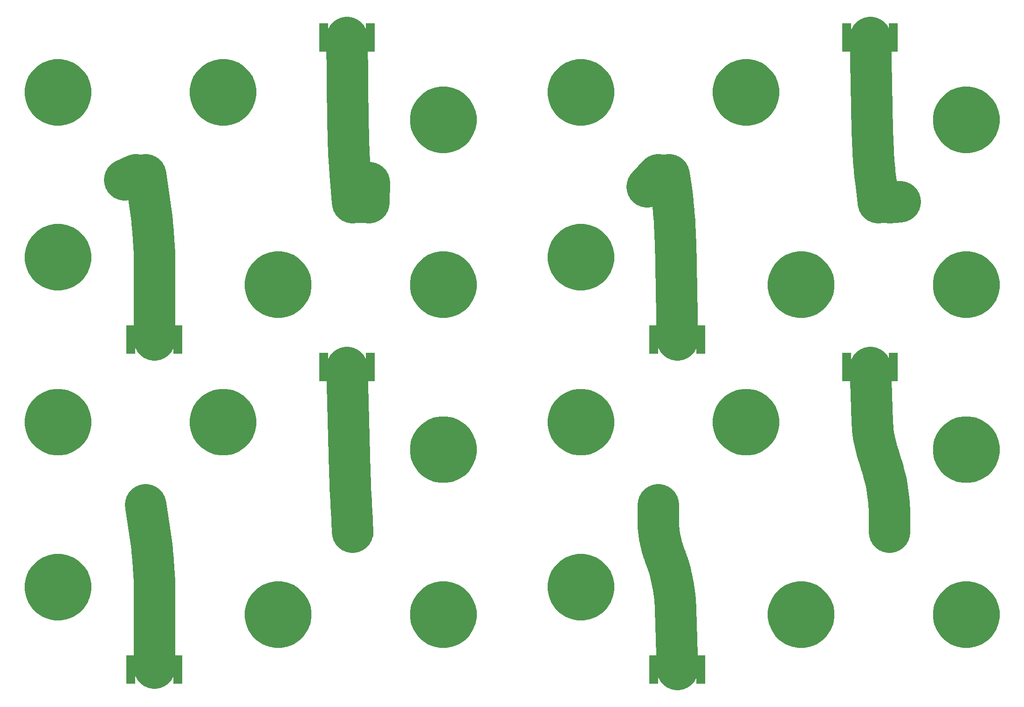
<source format=gbr>
G04 #@! TF.GenerationSoftware,KiCad,Pcbnew,(5.1.5)-3*
G04 #@! TF.CreationDate,2020-03-10T14:16:06+00:00*
G04 #@! TF.ProjectId,led_board,6c65645f-626f-4617-9264-2e6b69636164,rev?*
G04 #@! TF.SameCoordinates,Original*
G04 #@! TF.FileFunction,Soldermask,Top*
G04 #@! TF.FilePolarity,Negative*
%FSLAX46Y46*%
G04 Gerber Fmt 4.6, Leading zero omitted, Abs format (unit mm)*
G04 Created by KiCad (PCBNEW (5.1.5)-3) date 2020-03-10 14:16:06*
%MOMM*%
%LPD*%
G04 APERTURE LIST*
%ADD10C,3.000000*%
%ADD11C,7.510000*%
%ADD12C,7.500000*%
%ADD13C,0.100000*%
G04 APERTURE END LIST*
D10*
X53800000Y-52750000D02*
X56000000Y-52750000D01*
X189100000Y-62250000D02*
X191200000Y-62250000D01*
X149000000Y-52750000D02*
X151300000Y-52750000D01*
X93500000Y-62250000D02*
X96500000Y-62250000D01*
D11*
X187886392Y-47001290D02*
X187902562Y-47625541D01*
X187902562Y-47625541D02*
X187922698Y-48249677D01*
X187922698Y-48249677D02*
X187946799Y-48873673D01*
X187946799Y-48873673D02*
X187974862Y-49497503D01*
X187974862Y-49497503D02*
X188006888Y-50121142D01*
X188006888Y-50121142D02*
X188042874Y-50744565D01*
X188042874Y-50744565D02*
X188082819Y-51367747D01*
X188082819Y-51367747D02*
X188126722Y-51990663D01*
X188126722Y-51990663D02*
X188174580Y-52613287D01*
X188174580Y-52613287D02*
X188226393Y-53235595D01*
X188226393Y-53235595D02*
X188282157Y-53857561D01*
X188282157Y-53857561D02*
X188341871Y-54479160D01*
X188341871Y-54479160D02*
X188405532Y-55100368D01*
X188405532Y-55100368D02*
X188473138Y-55721158D01*
X188473138Y-55721158D02*
X188544685Y-56341507D01*
X188544685Y-56341507D02*
X188620173Y-56961389D01*
X188620173Y-56961389D02*
X189000000Y-60000000D01*
X187886392Y-47001290D02*
X187500000Y-30000000D01*
D12*
X191000000Y-60000000D02*
X193000000Y-59875000D01*
D11*
X191000000Y-117000000D02*
X190993770Y-116380442D01*
X190993770Y-116380442D02*
X190975083Y-115761136D01*
X190975083Y-115761136D02*
X190943948Y-115142330D01*
X190943948Y-115142330D02*
X190900375Y-114524276D01*
X190900375Y-114524276D02*
X190844384Y-113907223D01*
X190844384Y-113907223D02*
X190775996Y-113291420D01*
X190775996Y-113291420D02*
X190695239Y-112677117D01*
X190695239Y-112677117D02*
X190602146Y-112064562D01*
X190602146Y-112064562D02*
X190496755Y-111454003D01*
X190496755Y-111454003D02*
X190379108Y-110845686D01*
X190379108Y-110845686D02*
X190249252Y-110239858D01*
X190249252Y-110239858D02*
X190107241Y-109636764D01*
X190107241Y-109636764D02*
X189953132Y-109036647D01*
X189953132Y-109036647D02*
X189786986Y-108439751D01*
X189786986Y-108439751D02*
X189608872Y-107846316D01*
X189608872Y-107846316D02*
X189418861Y-107256583D01*
X187884700Y-100002216D02*
X187500000Y-90000000D01*
X187884700Y-100002216D02*
X187902310Y-100374282D01*
X187902310Y-100374282D02*
X187926505Y-100745979D01*
X187926505Y-100745979D02*
X187957278Y-101117190D01*
X187957278Y-101117190D02*
X187994619Y-101487797D01*
X187994619Y-101487797D02*
X188038515Y-101857685D01*
X188038515Y-101857685D02*
X188088954Y-102226737D01*
X188088954Y-102226737D02*
X188145920Y-102594839D01*
X188145920Y-102594839D02*
X188209394Y-102961874D01*
X188209394Y-102961874D02*
X188279357Y-103327728D01*
X188279357Y-103327728D02*
X188355786Y-103692286D01*
X188355786Y-103692286D02*
X188438658Y-104055434D01*
X188438658Y-104055434D02*
X188527948Y-104417057D01*
X188527948Y-104417057D02*
X188623626Y-104777043D01*
X188623626Y-104777043D02*
X188725662Y-105135278D01*
X188725662Y-105135278D02*
X188834026Y-105491651D01*
X188834026Y-105491651D02*
X188948683Y-105846049D01*
X188948683Y-105846049D02*
X189418861Y-107256583D01*
X191000000Y-117000000D02*
X191000000Y-120000000D01*
X149000000Y-118000000D02*
X149004158Y-118370937D01*
X149004158Y-118370937D02*
X149016632Y-118741689D01*
X149016632Y-118741689D02*
X149037417Y-119112067D01*
X149037417Y-119112067D02*
X149066500Y-119481886D01*
X149066500Y-119481886D02*
X149103869Y-119850961D01*
X149103869Y-119850961D02*
X149149502Y-120219104D01*
X149149502Y-120219104D02*
X149203379Y-120586132D01*
X149203379Y-120586132D02*
X149265471Y-120951860D01*
X149265471Y-120951860D02*
X149335748Y-121316104D01*
X149335748Y-121316104D02*
X149414174Y-121678680D01*
X149414174Y-121678680D02*
X149500709Y-122039407D01*
X149500709Y-122039407D02*
X149595311Y-122398102D01*
X149595311Y-122398102D02*
X149697932Y-122754587D01*
X149697932Y-122754587D02*
X149808519Y-123108681D01*
X149808519Y-123108681D02*
X149927018Y-123460206D01*
X149927018Y-123460206D02*
X150053370Y-123808987D01*
X152156173Y-133997560D02*
X152500000Y-145000000D01*
X152156173Y-133997560D02*
X152130491Y-133378700D01*
X152130491Y-133378700D02*
X152092146Y-132760496D01*
X152092146Y-132760496D02*
X152041156Y-132143207D01*
X152041156Y-132143207D02*
X151977541Y-131527091D01*
X151977541Y-131527091D02*
X151901328Y-130912406D01*
X151901328Y-130912406D02*
X151812548Y-130299409D01*
X151812548Y-130299409D02*
X151711240Y-129688359D01*
X151711240Y-129688359D02*
X151597445Y-129079510D01*
X151597445Y-129079510D02*
X151471212Y-128473118D01*
X151471212Y-128473118D02*
X151332592Y-127869437D01*
X151332592Y-127869437D02*
X151181644Y-127268719D01*
X151181644Y-127268719D02*
X151018432Y-126671218D01*
X151018432Y-126671218D02*
X150843024Y-126077182D01*
X150843024Y-126077182D02*
X150655493Y-125486862D01*
X150655493Y-125486862D02*
X150455917Y-124900504D01*
X150455917Y-124900504D02*
X150244382Y-124318354D01*
X150244382Y-124318354D02*
X150053370Y-123808987D01*
X149000000Y-118000000D02*
X149000000Y-115000000D01*
D12*
X147000000Y-57125000D02*
X149000000Y-55000000D01*
D11*
X151292893Y-57050252D02*
X151000000Y-55000000D01*
X151378853Y-57668551D02*
X151292893Y-57050252D01*
X151460168Y-58287479D02*
X151378853Y-57668551D01*
X151536832Y-58906999D02*
X151460168Y-58287479D01*
X151608842Y-59527078D02*
X151536832Y-58906999D01*
X151676192Y-60147681D02*
X151608842Y-59527078D01*
X151738880Y-60768772D02*
X151676192Y-60147681D01*
X151796902Y-61390316D02*
X151738880Y-60768772D01*
X151850255Y-62012278D02*
X151796902Y-61390316D01*
X151898935Y-62634623D02*
X151850255Y-62012278D01*
X151942939Y-63257316D02*
X151898935Y-62634623D01*
X151982267Y-63880323D02*
X151942939Y-63257316D01*
X152016914Y-64503607D02*
X151982267Y-63880323D01*
X152046879Y-65127133D02*
X152016914Y-64503607D01*
X152072161Y-65750868D02*
X152046879Y-65127133D01*
X152092758Y-66374774D02*
X152072161Y-65750868D01*
X152108669Y-66998818D02*
X152092758Y-66374774D01*
X152108669Y-66998818D02*
X152500000Y-85000000D01*
X96463500Y-60000000D02*
X96500000Y-56375000D01*
X93131591Y-55782194D02*
X93488500Y-60000000D01*
X93080362Y-55159586D02*
X93131591Y-55782194D01*
X93032026Y-54536747D02*
X93080362Y-55159586D01*
X92986583Y-53913690D02*
X93032026Y-54536747D01*
X92944036Y-53290429D02*
X92986583Y-53913690D01*
X92904384Y-52666977D02*
X92944036Y-53290429D01*
X92867628Y-52043347D02*
X92904384Y-52666977D01*
X92833770Y-51419554D02*
X92867628Y-52043347D01*
X92802809Y-50795610D02*
X92833770Y-51419554D01*
X92774748Y-50171529D02*
X92802809Y-50795610D01*
X92749585Y-49547324D02*
X92774748Y-50171529D01*
X92727322Y-48923009D02*
X92749585Y-49547324D01*
X92707960Y-48298597D02*
X92727322Y-48923009D01*
X92691498Y-47674102D02*
X92707960Y-48298597D01*
X92677937Y-47049538D02*
X92691498Y-47674102D01*
X92667278Y-46424917D02*
X92677937Y-47049538D01*
X92659521Y-45800254D02*
X92667278Y-46424917D01*
X92659521Y-45800254D02*
X92500000Y-30000000D01*
X92880986Y-106001416D02*
X92896506Y-106626166D01*
X92896506Y-106626166D02*
X92913319Y-107250882D01*
X92913319Y-107250882D02*
X92931423Y-107875563D01*
X92931423Y-107875563D02*
X92950819Y-108500205D01*
X92950819Y-108500205D02*
X92971506Y-109124805D01*
X92971506Y-109124805D02*
X92993484Y-109749361D01*
X92993484Y-109749361D02*
X93016754Y-110373871D01*
X93016754Y-110373871D02*
X93041314Y-110998331D01*
X93041314Y-110998331D02*
X93067165Y-111622739D01*
X93067165Y-111622739D02*
X93094307Y-112247092D01*
X93094307Y-112247092D02*
X93122740Y-112871388D01*
X93122740Y-112871388D02*
X93152464Y-113495624D01*
X93152464Y-113495624D02*
X93183477Y-114119796D01*
X93183477Y-114119796D02*
X93215782Y-114743904D01*
X93215782Y-114743904D02*
X93249376Y-115367943D01*
X93249376Y-115367943D02*
X93284261Y-115991912D01*
X93284261Y-115991912D02*
X93512500Y-120000000D01*
X92880986Y-106001416D02*
X92500000Y-90000000D01*
X56793805Y-121130122D02*
X55875000Y-115000000D01*
X57223861Y-124848617D02*
X57165918Y-124227362D01*
X57364647Y-126715121D02*
X57323229Y-126092546D01*
X56879195Y-121748203D02*
X56793805Y-121130122D01*
X56959107Y-122367016D02*
X56879195Y-121748203D01*
X57165918Y-124227362D02*
X57102474Y-123606644D01*
X57033536Y-122986512D02*
X56959107Y-122367016D01*
X57276300Y-125470361D02*
X57223861Y-124848617D01*
X57400548Y-127338039D02*
X57364647Y-126715121D01*
X57430931Y-127961251D02*
X57400548Y-127338039D01*
X57475133Y-129208359D02*
X57455793Y-128584707D01*
X57455793Y-128584707D02*
X57430931Y-127961251D01*
X57102474Y-123606644D02*
X57033536Y-122986512D01*
X57323229Y-126092546D02*
X57276300Y-125470361D01*
X57488947Y-129832157D02*
X57475133Y-129208359D01*
X57497237Y-130456054D02*
X57488947Y-129832157D01*
X57500000Y-131080000D02*
X57497237Y-130456054D01*
X57500000Y-144690000D02*
X57500000Y-131080000D01*
X52070000Y-55880000D02*
X54125000Y-55000000D01*
X56793805Y-61440122D02*
X55875000Y-55000000D01*
X56879195Y-62058203D02*
X56793805Y-61440122D01*
X56959107Y-62677016D02*
X56879195Y-62058203D01*
X57033536Y-63296512D02*
X56959107Y-62677016D01*
X57102474Y-63916644D02*
X57033536Y-63296512D01*
X57165918Y-64537362D02*
X57102474Y-63916644D01*
X57223861Y-65158617D02*
X57165918Y-64537362D01*
X57276300Y-65780361D02*
X57223861Y-65158617D01*
X57323229Y-66402546D02*
X57276300Y-65780361D01*
X57364647Y-67025121D02*
X57323229Y-66402546D01*
X57400548Y-67648039D02*
X57364647Y-67025121D01*
X57430931Y-68271251D02*
X57400548Y-67648039D01*
X57455793Y-68894707D02*
X57430931Y-68271251D01*
X57475133Y-69518359D02*
X57455793Y-68894707D01*
X57488947Y-70142157D02*
X57475133Y-69518359D01*
X57497237Y-70766054D02*
X57488947Y-70142157D01*
X57500000Y-71390000D02*
X57497237Y-70766054D01*
X57500000Y-71390000D02*
X57500000Y-85000000D01*
D13*
G36*
X157551000Y-147591000D02*
G01*
X155949000Y-147591000D01*
X155949000Y-142409000D01*
X157551000Y-142409000D01*
X157551000Y-147591000D01*
G37*
G36*
X149051000Y-147591000D02*
G01*
X147449000Y-147591000D01*
X147449000Y-142409000D01*
X149051000Y-142409000D01*
X149051000Y-147591000D01*
G37*
G36*
X54051000Y-147591000D02*
G01*
X52449000Y-147591000D01*
X52449000Y-142409000D01*
X54051000Y-142409000D01*
X54051000Y-147591000D01*
G37*
G36*
X62551000Y-147591000D02*
G01*
X60949000Y-147591000D01*
X60949000Y-142409000D01*
X62551000Y-142409000D01*
X62551000Y-147591000D01*
G37*
G36*
X58301000Y-147591000D02*
G01*
X56699000Y-147591000D01*
X56699000Y-142409000D01*
X58301000Y-142409000D01*
X58301000Y-147591000D01*
G37*
G36*
X153301000Y-147591000D02*
G01*
X151699000Y-147591000D01*
X151699000Y-142409000D01*
X153301000Y-142409000D01*
X153301000Y-147591000D01*
G37*
G36*
X111765010Y-129181536D02*
G01*
X112866222Y-129637673D01*
X113857287Y-130299881D01*
X114700119Y-131142713D01*
X115362327Y-132133778D01*
X115818464Y-133234990D01*
X116051000Y-134404027D01*
X116051000Y-135595973D01*
X115818464Y-136765010D01*
X115362327Y-137866222D01*
X114700119Y-138857287D01*
X113857287Y-139700119D01*
X112866222Y-140362327D01*
X111765010Y-140818464D01*
X110595973Y-141051000D01*
X109404027Y-141051000D01*
X108234990Y-140818464D01*
X107133778Y-140362327D01*
X106142713Y-139700119D01*
X105299881Y-138857287D01*
X104637673Y-137866222D01*
X104181536Y-136765010D01*
X103949000Y-135595973D01*
X103949000Y-134404027D01*
X104181536Y-133234990D01*
X104637673Y-132133778D01*
X105299881Y-131142713D01*
X106142713Y-130299881D01*
X107133778Y-129637673D01*
X108234990Y-129181536D01*
X109404027Y-128949000D01*
X110595973Y-128949000D01*
X111765010Y-129181536D01*
G37*
G36*
X81765010Y-129181536D02*
G01*
X82866222Y-129637673D01*
X83857287Y-130299881D01*
X84700119Y-131142713D01*
X85362327Y-132133778D01*
X85818464Y-133234990D01*
X86051000Y-134404027D01*
X86051000Y-135595973D01*
X85818464Y-136765010D01*
X85362327Y-137866222D01*
X84700119Y-138857287D01*
X83857287Y-139700119D01*
X82866222Y-140362327D01*
X81765010Y-140818464D01*
X80595973Y-141051000D01*
X79404027Y-141051000D01*
X78234990Y-140818464D01*
X77133778Y-140362327D01*
X76142713Y-139700119D01*
X75299881Y-138857287D01*
X74637673Y-137866222D01*
X74181536Y-136765010D01*
X73949000Y-135595973D01*
X73949000Y-134404027D01*
X74181536Y-133234990D01*
X74637673Y-132133778D01*
X75299881Y-131142713D01*
X76142713Y-130299881D01*
X77133778Y-129637673D01*
X78234990Y-129181536D01*
X79404027Y-128949000D01*
X80595973Y-128949000D01*
X81765010Y-129181536D01*
G37*
G36*
X176765010Y-129181536D02*
G01*
X177866222Y-129637673D01*
X178857287Y-130299881D01*
X179700119Y-131142713D01*
X180362327Y-132133778D01*
X180818464Y-133234990D01*
X181051000Y-134404027D01*
X181051000Y-135595973D01*
X180818464Y-136765010D01*
X180362327Y-137866222D01*
X179700119Y-138857287D01*
X178857287Y-139700119D01*
X177866222Y-140362327D01*
X176765010Y-140818464D01*
X175595973Y-141051000D01*
X174404027Y-141051000D01*
X173234990Y-140818464D01*
X172133778Y-140362327D01*
X171142713Y-139700119D01*
X170299881Y-138857287D01*
X169637673Y-137866222D01*
X169181536Y-136765010D01*
X168949000Y-135595973D01*
X168949000Y-134404027D01*
X169181536Y-133234990D01*
X169637673Y-132133778D01*
X170299881Y-131142713D01*
X171142713Y-130299881D01*
X172133778Y-129637673D01*
X173234990Y-129181536D01*
X174404027Y-128949000D01*
X175595973Y-128949000D01*
X176765010Y-129181536D01*
G37*
G36*
X206765010Y-129181536D02*
G01*
X207866222Y-129637673D01*
X208857287Y-130299881D01*
X209700119Y-131142713D01*
X210362327Y-132133778D01*
X210818464Y-133234990D01*
X211051000Y-134404027D01*
X211051000Y-135595973D01*
X210818464Y-136765010D01*
X210362327Y-137866222D01*
X209700119Y-138857287D01*
X208857287Y-139700119D01*
X207866222Y-140362327D01*
X206765010Y-140818464D01*
X205595973Y-141051000D01*
X204404027Y-141051000D01*
X203234990Y-140818464D01*
X202133778Y-140362327D01*
X201142713Y-139700119D01*
X200299881Y-138857287D01*
X199637673Y-137866222D01*
X199181536Y-136765010D01*
X198949000Y-135595973D01*
X198949000Y-134404027D01*
X199181536Y-133234990D01*
X199637673Y-132133778D01*
X200299881Y-131142713D01*
X201142713Y-130299881D01*
X202133778Y-129637673D01*
X203234990Y-129181536D01*
X204404027Y-128949000D01*
X205595973Y-128949000D01*
X206765010Y-129181536D01*
G37*
G36*
X136765010Y-124181536D02*
G01*
X137866222Y-124637673D01*
X138857287Y-125299881D01*
X139700119Y-126142713D01*
X140362327Y-127133778D01*
X140818464Y-128234990D01*
X141051000Y-129404027D01*
X141051000Y-130595973D01*
X140818464Y-131765010D01*
X140362327Y-132866222D01*
X139700119Y-133857287D01*
X138857287Y-134700119D01*
X137866222Y-135362327D01*
X136765010Y-135818464D01*
X135595973Y-136051000D01*
X134404027Y-136051000D01*
X133234990Y-135818464D01*
X132133778Y-135362327D01*
X131142713Y-134700119D01*
X130299881Y-133857287D01*
X129637673Y-132866222D01*
X129181536Y-131765010D01*
X128949000Y-130595973D01*
X128949000Y-129404027D01*
X129181536Y-128234990D01*
X129637673Y-127133778D01*
X130299881Y-126142713D01*
X131142713Y-125299881D01*
X132133778Y-124637673D01*
X133234990Y-124181536D01*
X134404027Y-123949000D01*
X135595973Y-123949000D01*
X136765010Y-124181536D01*
G37*
G36*
X41765010Y-124181536D02*
G01*
X42866222Y-124637673D01*
X43857287Y-125299881D01*
X44700119Y-126142713D01*
X45362327Y-127133778D01*
X45818464Y-128234990D01*
X46051000Y-129404027D01*
X46051000Y-130595973D01*
X45818464Y-131765010D01*
X45362327Y-132866222D01*
X44700119Y-133857287D01*
X43857287Y-134700119D01*
X42866222Y-135362327D01*
X41765010Y-135818464D01*
X40595973Y-136051000D01*
X39404027Y-136051000D01*
X38234990Y-135818464D01*
X37133778Y-135362327D01*
X36142713Y-134700119D01*
X35299881Y-133857287D01*
X34637673Y-132866222D01*
X34181536Y-131765010D01*
X33949000Y-130595973D01*
X33949000Y-129404027D01*
X34181536Y-128234990D01*
X34637673Y-127133778D01*
X35299881Y-126142713D01*
X36142713Y-125299881D01*
X37133778Y-124637673D01*
X38234990Y-124181536D01*
X39404027Y-123949000D01*
X40595973Y-123949000D01*
X41765010Y-124181536D01*
G37*
G36*
X97100562Y-119078181D02*
G01*
X97135481Y-119088774D01*
X97167663Y-119105976D01*
X97195873Y-119129127D01*
X97219024Y-119157337D01*
X97236226Y-119189519D01*
X97246819Y-119224438D01*
X97251000Y-119266895D01*
X97251000Y-120733105D01*
X97246819Y-120775562D01*
X97236226Y-120810481D01*
X97219024Y-120842663D01*
X97195873Y-120870873D01*
X97167663Y-120894024D01*
X97135481Y-120911226D01*
X97100562Y-120921819D01*
X97058105Y-120926000D01*
X95916895Y-120926000D01*
X95874438Y-120921819D01*
X95839519Y-120911226D01*
X95807337Y-120894024D01*
X95779127Y-120870873D01*
X95755976Y-120842663D01*
X95738774Y-120810481D01*
X95728181Y-120775562D01*
X95724000Y-120733105D01*
X95724000Y-119266895D01*
X95728181Y-119224438D01*
X95738774Y-119189519D01*
X95755976Y-119157337D01*
X95779127Y-119129127D01*
X95807337Y-119105976D01*
X95839519Y-119088774D01*
X95874438Y-119078181D01*
X95916895Y-119074000D01*
X97058105Y-119074000D01*
X97100562Y-119078181D01*
G37*
G36*
X94125562Y-119078181D02*
G01*
X94160481Y-119088774D01*
X94192663Y-119105976D01*
X94220873Y-119129127D01*
X94244024Y-119157337D01*
X94261226Y-119189519D01*
X94271819Y-119224438D01*
X94276000Y-119266895D01*
X94276000Y-120733105D01*
X94271819Y-120775562D01*
X94261226Y-120810481D01*
X94244024Y-120842663D01*
X94220873Y-120870873D01*
X94192663Y-120894024D01*
X94160481Y-120911226D01*
X94125562Y-120921819D01*
X94083105Y-120926000D01*
X92941895Y-120926000D01*
X92899438Y-120921819D01*
X92864519Y-120911226D01*
X92832337Y-120894024D01*
X92804127Y-120870873D01*
X92780976Y-120842663D01*
X92763774Y-120810481D01*
X92753181Y-120775562D01*
X92749000Y-120733105D01*
X92749000Y-119266895D01*
X92753181Y-119224438D01*
X92763774Y-119189519D01*
X92780976Y-119157337D01*
X92804127Y-119129127D01*
X92832337Y-119105976D01*
X92864519Y-119088774D01*
X92899438Y-119078181D01*
X92941895Y-119074000D01*
X94083105Y-119074000D01*
X94125562Y-119078181D01*
G37*
G36*
X190876000Y-120851000D02*
G01*
X189174000Y-120851000D01*
X189174000Y-119149000D01*
X190876000Y-119149000D01*
X190876000Y-120851000D01*
G37*
G36*
X149801000Y-115681000D02*
G01*
X149049000Y-115681000D01*
X149049000Y-114519000D01*
X149801000Y-114519000D01*
X149801000Y-115681000D01*
G37*
G36*
X150951000Y-115681000D02*
G01*
X150199000Y-115681000D01*
X150199000Y-114519000D01*
X150951000Y-114519000D01*
X150951000Y-115681000D01*
G37*
G36*
X56289499Y-114478445D02*
G01*
X56326995Y-114489820D01*
X56361554Y-114508292D01*
X56391847Y-114533153D01*
X56416708Y-114563446D01*
X56435180Y-114598005D01*
X56446555Y-114635501D01*
X56451000Y-114680638D01*
X56451000Y-115319362D01*
X56446555Y-115364499D01*
X56435180Y-115401995D01*
X56416708Y-115436554D01*
X56391847Y-115466847D01*
X56361554Y-115491708D01*
X56326995Y-115510180D01*
X56289499Y-115521555D01*
X56244362Y-115526000D01*
X55505638Y-115526000D01*
X55460501Y-115521555D01*
X55423005Y-115510180D01*
X55388446Y-115491708D01*
X55358153Y-115466847D01*
X55333292Y-115436554D01*
X55314820Y-115401995D01*
X55303445Y-115364499D01*
X55299000Y-115319362D01*
X55299000Y-114680638D01*
X55303445Y-114635501D01*
X55314820Y-114598005D01*
X55333292Y-114563446D01*
X55358153Y-114533153D01*
X55388446Y-114508292D01*
X55423005Y-114489820D01*
X55460501Y-114478445D01*
X55505638Y-114474000D01*
X56244362Y-114474000D01*
X56289499Y-114478445D01*
G37*
G36*
X54539499Y-114478445D02*
G01*
X54576995Y-114489820D01*
X54611554Y-114508292D01*
X54641847Y-114533153D01*
X54666708Y-114563446D01*
X54685180Y-114598005D01*
X54696555Y-114635501D01*
X54701000Y-114680638D01*
X54701000Y-115319362D01*
X54696555Y-115364499D01*
X54685180Y-115401995D01*
X54666708Y-115436554D01*
X54641847Y-115466847D01*
X54611554Y-115491708D01*
X54576995Y-115510180D01*
X54539499Y-115521555D01*
X54494362Y-115526000D01*
X53755638Y-115526000D01*
X53710501Y-115521555D01*
X53673005Y-115510180D01*
X53638446Y-115491708D01*
X53608153Y-115466847D01*
X53583292Y-115436554D01*
X53564820Y-115401995D01*
X53553445Y-115364499D01*
X53549000Y-115319362D01*
X53549000Y-114680638D01*
X53553445Y-114635501D01*
X53564820Y-114598005D01*
X53583292Y-114563446D01*
X53608153Y-114533153D01*
X53638446Y-114508292D01*
X53673005Y-114489820D01*
X53710501Y-114478445D01*
X53755638Y-114474000D01*
X54494362Y-114474000D01*
X54539499Y-114478445D01*
G37*
G36*
X206765010Y-99181536D02*
G01*
X207866222Y-99637673D01*
X208857287Y-100299881D01*
X209700119Y-101142713D01*
X210362327Y-102133778D01*
X210818464Y-103234990D01*
X211051000Y-104404027D01*
X211051000Y-105595973D01*
X210818464Y-106765010D01*
X210362327Y-107866222D01*
X209700119Y-108857287D01*
X208857287Y-109700119D01*
X207866222Y-110362327D01*
X206765010Y-110818464D01*
X205595973Y-111051000D01*
X204404027Y-111051000D01*
X203234990Y-110818464D01*
X202133778Y-110362327D01*
X201142713Y-109700119D01*
X200299881Y-108857287D01*
X199637673Y-107866222D01*
X199181536Y-106765010D01*
X198949000Y-105595973D01*
X198949000Y-104404027D01*
X199181536Y-103234990D01*
X199637673Y-102133778D01*
X200299881Y-101142713D01*
X201142713Y-100299881D01*
X202133778Y-99637673D01*
X203234990Y-99181536D01*
X204404027Y-98949000D01*
X205595973Y-98949000D01*
X206765010Y-99181536D01*
G37*
G36*
X111765010Y-99181536D02*
G01*
X112866222Y-99637673D01*
X113857287Y-100299881D01*
X114700119Y-101142713D01*
X115362327Y-102133778D01*
X115818464Y-103234990D01*
X116051000Y-104404027D01*
X116051000Y-105595973D01*
X115818464Y-106765010D01*
X115362327Y-107866222D01*
X114700119Y-108857287D01*
X113857287Y-109700119D01*
X112866222Y-110362327D01*
X111765010Y-110818464D01*
X110595973Y-111051000D01*
X109404027Y-111051000D01*
X108234990Y-110818464D01*
X107133778Y-110362327D01*
X106142713Y-109700119D01*
X105299881Y-108857287D01*
X104637673Y-107866222D01*
X104181536Y-106765010D01*
X103949000Y-105595973D01*
X103949000Y-104404027D01*
X104181536Y-103234990D01*
X104637673Y-102133778D01*
X105299881Y-101142713D01*
X106142713Y-100299881D01*
X107133778Y-99637673D01*
X108234990Y-99181536D01*
X109404027Y-98949000D01*
X110595973Y-98949000D01*
X111765010Y-99181536D01*
G37*
G36*
X41765010Y-94181536D02*
G01*
X42866222Y-94637673D01*
X43857287Y-95299881D01*
X44700119Y-96142713D01*
X45362327Y-97133778D01*
X45818464Y-98234990D01*
X46051000Y-99404027D01*
X46051000Y-100595973D01*
X45818464Y-101765010D01*
X45362327Y-102866222D01*
X44700119Y-103857287D01*
X43857287Y-104700119D01*
X42866222Y-105362327D01*
X41765010Y-105818464D01*
X40595973Y-106051000D01*
X39404027Y-106051000D01*
X38234990Y-105818464D01*
X37133778Y-105362327D01*
X36142713Y-104700119D01*
X35299881Y-103857287D01*
X34637673Y-102866222D01*
X34181536Y-101765010D01*
X33949000Y-100595973D01*
X33949000Y-99404027D01*
X34181536Y-98234990D01*
X34637673Y-97133778D01*
X35299881Y-96142713D01*
X36142713Y-95299881D01*
X37133778Y-94637673D01*
X38234990Y-94181536D01*
X39404027Y-93949000D01*
X40595973Y-93949000D01*
X41765010Y-94181536D01*
G37*
G36*
X136765010Y-94181536D02*
G01*
X137866222Y-94637673D01*
X138857287Y-95299881D01*
X139700119Y-96142713D01*
X140362327Y-97133778D01*
X140818464Y-98234990D01*
X141051000Y-99404027D01*
X141051000Y-100595973D01*
X140818464Y-101765010D01*
X140362327Y-102866222D01*
X139700119Y-103857287D01*
X138857287Y-104700119D01*
X137866222Y-105362327D01*
X136765010Y-105818464D01*
X135595973Y-106051000D01*
X134404027Y-106051000D01*
X133234990Y-105818464D01*
X132133778Y-105362327D01*
X131142713Y-104700119D01*
X130299881Y-103857287D01*
X129637673Y-102866222D01*
X129181536Y-101765010D01*
X128949000Y-100595973D01*
X128949000Y-99404027D01*
X129181536Y-98234990D01*
X129637673Y-97133778D01*
X130299881Y-96142713D01*
X131142713Y-95299881D01*
X132133778Y-94637673D01*
X133234990Y-94181536D01*
X134404027Y-93949000D01*
X135595973Y-93949000D01*
X136765010Y-94181536D01*
G37*
G36*
X71765010Y-94181536D02*
G01*
X72866222Y-94637673D01*
X73857287Y-95299881D01*
X74700119Y-96142713D01*
X75362327Y-97133778D01*
X75818464Y-98234990D01*
X76051000Y-99404027D01*
X76051000Y-100595973D01*
X75818464Y-101765010D01*
X75362327Y-102866222D01*
X74700119Y-103857287D01*
X73857287Y-104700119D01*
X72866222Y-105362327D01*
X71765010Y-105818464D01*
X70595973Y-106051000D01*
X69404027Y-106051000D01*
X68234990Y-105818464D01*
X67133778Y-105362327D01*
X66142713Y-104700119D01*
X65299881Y-103857287D01*
X64637673Y-102866222D01*
X64181536Y-101765010D01*
X63949000Y-100595973D01*
X63949000Y-99404027D01*
X64181536Y-98234990D01*
X64637673Y-97133778D01*
X65299881Y-96142713D01*
X66142713Y-95299881D01*
X67133778Y-94637673D01*
X68234990Y-94181536D01*
X69404027Y-93949000D01*
X70595973Y-93949000D01*
X71765010Y-94181536D01*
G37*
G36*
X166765010Y-94181536D02*
G01*
X167866222Y-94637673D01*
X168857287Y-95299881D01*
X169700119Y-96142713D01*
X170362327Y-97133778D01*
X170818464Y-98234990D01*
X171051000Y-99404027D01*
X171051000Y-100595973D01*
X170818464Y-101765010D01*
X170362327Y-102866222D01*
X169700119Y-103857287D01*
X168857287Y-104700119D01*
X167866222Y-105362327D01*
X166765010Y-105818464D01*
X165595973Y-106051000D01*
X164404027Y-106051000D01*
X163234990Y-105818464D01*
X162133778Y-105362327D01*
X161142713Y-104700119D01*
X160299881Y-103857287D01*
X159637673Y-102866222D01*
X159181536Y-101765010D01*
X158949000Y-100595973D01*
X158949000Y-99404027D01*
X159181536Y-98234990D01*
X159637673Y-97133778D01*
X160299881Y-96142713D01*
X161142713Y-95299881D01*
X162133778Y-94637673D01*
X163234990Y-94181536D01*
X164404027Y-93949000D01*
X165595973Y-93949000D01*
X166765010Y-94181536D01*
G37*
G36*
X93301000Y-92591000D02*
G01*
X91699000Y-92591000D01*
X91699000Y-87409000D01*
X93301000Y-87409000D01*
X93301000Y-92591000D01*
G37*
G36*
X97551000Y-92591000D02*
G01*
X95949000Y-92591000D01*
X95949000Y-87409000D01*
X97551000Y-87409000D01*
X97551000Y-92591000D01*
G37*
G36*
X89051000Y-92591000D02*
G01*
X87449000Y-92591000D01*
X87449000Y-87409000D01*
X89051000Y-87409000D01*
X89051000Y-92591000D01*
G37*
G36*
X192551000Y-92591000D02*
G01*
X190949000Y-92591000D01*
X190949000Y-87409000D01*
X192551000Y-87409000D01*
X192551000Y-92591000D01*
G37*
G36*
X184051000Y-92591000D02*
G01*
X182449000Y-92591000D01*
X182449000Y-87409000D01*
X184051000Y-87409000D01*
X184051000Y-92591000D01*
G37*
G36*
X188301000Y-92591000D02*
G01*
X186699000Y-92591000D01*
X186699000Y-87409000D01*
X188301000Y-87409000D01*
X188301000Y-92591000D01*
G37*
G36*
X157551000Y-87591000D02*
G01*
X155949000Y-87591000D01*
X155949000Y-82409000D01*
X157551000Y-82409000D01*
X157551000Y-87591000D01*
G37*
G36*
X153301000Y-87591000D02*
G01*
X151699000Y-87591000D01*
X151699000Y-82409000D01*
X153301000Y-82409000D01*
X153301000Y-87591000D01*
G37*
G36*
X149051000Y-87591000D02*
G01*
X147449000Y-87591000D01*
X147449000Y-82409000D01*
X149051000Y-82409000D01*
X149051000Y-87591000D01*
G37*
G36*
X58301000Y-87591000D02*
G01*
X56699000Y-87591000D01*
X56699000Y-82409000D01*
X58301000Y-82409000D01*
X58301000Y-87591000D01*
G37*
G36*
X54051000Y-87591000D02*
G01*
X52449000Y-87591000D01*
X52449000Y-82409000D01*
X54051000Y-82409000D01*
X54051000Y-87591000D01*
G37*
G36*
X62551000Y-87591000D02*
G01*
X60949000Y-87591000D01*
X60949000Y-82409000D01*
X62551000Y-82409000D01*
X62551000Y-87591000D01*
G37*
G36*
X111765010Y-69181536D02*
G01*
X112866222Y-69637673D01*
X113857287Y-70299881D01*
X114700119Y-71142713D01*
X115362327Y-72133778D01*
X115818464Y-73234990D01*
X116051000Y-74404027D01*
X116051000Y-75595973D01*
X115818464Y-76765010D01*
X115362327Y-77866222D01*
X114700119Y-78857287D01*
X113857287Y-79700119D01*
X112866222Y-80362327D01*
X111765010Y-80818464D01*
X110595973Y-81051000D01*
X109404027Y-81051000D01*
X108234990Y-80818464D01*
X107133778Y-80362327D01*
X106142713Y-79700119D01*
X105299881Y-78857287D01*
X104637673Y-77866222D01*
X104181536Y-76765010D01*
X103949000Y-75595973D01*
X103949000Y-74404027D01*
X104181536Y-73234990D01*
X104637673Y-72133778D01*
X105299881Y-71142713D01*
X106142713Y-70299881D01*
X107133778Y-69637673D01*
X108234990Y-69181536D01*
X109404027Y-68949000D01*
X110595973Y-68949000D01*
X111765010Y-69181536D01*
G37*
G36*
X81765010Y-69181536D02*
G01*
X82866222Y-69637673D01*
X83857287Y-70299881D01*
X84700119Y-71142713D01*
X85362327Y-72133778D01*
X85818464Y-73234990D01*
X86051000Y-74404027D01*
X86051000Y-75595973D01*
X85818464Y-76765010D01*
X85362327Y-77866222D01*
X84700119Y-78857287D01*
X83857287Y-79700119D01*
X82866222Y-80362327D01*
X81765010Y-80818464D01*
X80595973Y-81051000D01*
X79404027Y-81051000D01*
X78234990Y-80818464D01*
X77133778Y-80362327D01*
X76142713Y-79700119D01*
X75299881Y-78857287D01*
X74637673Y-77866222D01*
X74181536Y-76765010D01*
X73949000Y-75595973D01*
X73949000Y-74404027D01*
X74181536Y-73234990D01*
X74637673Y-72133778D01*
X75299881Y-71142713D01*
X76142713Y-70299881D01*
X77133778Y-69637673D01*
X78234990Y-69181536D01*
X79404027Y-68949000D01*
X80595973Y-68949000D01*
X81765010Y-69181536D01*
G37*
G36*
X176765010Y-69181536D02*
G01*
X177866222Y-69637673D01*
X178857287Y-70299881D01*
X179700119Y-71142713D01*
X180362327Y-72133778D01*
X180818464Y-73234990D01*
X181051000Y-74404027D01*
X181051000Y-75595973D01*
X180818464Y-76765010D01*
X180362327Y-77866222D01*
X179700119Y-78857287D01*
X178857287Y-79700119D01*
X177866222Y-80362327D01*
X176765010Y-80818464D01*
X175595973Y-81051000D01*
X174404027Y-81051000D01*
X173234990Y-80818464D01*
X172133778Y-80362327D01*
X171142713Y-79700119D01*
X170299881Y-78857287D01*
X169637673Y-77866222D01*
X169181536Y-76765010D01*
X168949000Y-75595973D01*
X168949000Y-74404027D01*
X169181536Y-73234990D01*
X169637673Y-72133778D01*
X170299881Y-71142713D01*
X171142713Y-70299881D01*
X172133778Y-69637673D01*
X173234990Y-69181536D01*
X174404027Y-68949000D01*
X175595973Y-68949000D01*
X176765010Y-69181536D01*
G37*
G36*
X206765010Y-69181536D02*
G01*
X207866222Y-69637673D01*
X208857287Y-70299881D01*
X209700119Y-71142713D01*
X210362327Y-72133778D01*
X210818464Y-73234990D01*
X211051000Y-74404027D01*
X211051000Y-75595973D01*
X210818464Y-76765010D01*
X210362327Y-77866222D01*
X209700119Y-78857287D01*
X208857287Y-79700119D01*
X207866222Y-80362327D01*
X206765010Y-80818464D01*
X205595973Y-81051000D01*
X204404027Y-81051000D01*
X203234990Y-80818464D01*
X202133778Y-80362327D01*
X201142713Y-79700119D01*
X200299881Y-78857287D01*
X199637673Y-77866222D01*
X199181536Y-76765010D01*
X198949000Y-75595973D01*
X198949000Y-74404027D01*
X199181536Y-73234990D01*
X199637673Y-72133778D01*
X200299881Y-71142713D01*
X201142713Y-70299881D01*
X202133778Y-69637673D01*
X203234990Y-69181536D01*
X204404027Y-68949000D01*
X205595973Y-68949000D01*
X206765010Y-69181536D01*
G37*
G36*
X41765010Y-64181536D02*
G01*
X42866222Y-64637673D01*
X43857287Y-65299881D01*
X44700119Y-66142713D01*
X45362327Y-67133778D01*
X45818464Y-68234990D01*
X46051000Y-69404027D01*
X46051000Y-70595973D01*
X45818464Y-71765010D01*
X45362327Y-72866222D01*
X44700119Y-73857287D01*
X43857287Y-74700119D01*
X42866222Y-75362327D01*
X41765010Y-75818464D01*
X40595973Y-76051000D01*
X39404027Y-76051000D01*
X38234990Y-75818464D01*
X37133778Y-75362327D01*
X36142713Y-74700119D01*
X35299881Y-73857287D01*
X34637673Y-72866222D01*
X34181536Y-71765010D01*
X33949000Y-70595973D01*
X33949000Y-69404027D01*
X34181536Y-68234990D01*
X34637673Y-67133778D01*
X35299881Y-66142713D01*
X36142713Y-65299881D01*
X37133778Y-64637673D01*
X38234990Y-64181536D01*
X39404027Y-63949000D01*
X40595973Y-63949000D01*
X41765010Y-64181536D01*
G37*
G36*
X136765010Y-64181536D02*
G01*
X137866222Y-64637673D01*
X138857287Y-65299881D01*
X139700119Y-66142713D01*
X140362327Y-67133778D01*
X140818464Y-68234990D01*
X141051000Y-69404027D01*
X141051000Y-70595973D01*
X140818464Y-71765010D01*
X140362327Y-72866222D01*
X139700119Y-73857287D01*
X138857287Y-74700119D01*
X137866222Y-75362327D01*
X136765010Y-75818464D01*
X135595973Y-76051000D01*
X134404027Y-76051000D01*
X133234990Y-75818464D01*
X132133778Y-75362327D01*
X131142713Y-74700119D01*
X130299881Y-73857287D01*
X129637673Y-72866222D01*
X129181536Y-71765010D01*
X128949000Y-70595973D01*
X128949000Y-69404027D01*
X129181536Y-68234990D01*
X129637673Y-67133778D01*
X130299881Y-66142713D01*
X131142713Y-65299881D01*
X132133778Y-64637673D01*
X133234990Y-64181536D01*
X134404027Y-63949000D01*
X135595973Y-63949000D01*
X136765010Y-64181536D01*
G37*
G36*
X97076562Y-59078181D02*
G01*
X97111481Y-59088774D01*
X97143663Y-59105976D01*
X97171873Y-59129127D01*
X97195024Y-59157337D01*
X97212226Y-59189519D01*
X97222819Y-59224438D01*
X97227000Y-59266895D01*
X97227000Y-60733105D01*
X97222819Y-60775562D01*
X97212226Y-60810481D01*
X97195024Y-60842663D01*
X97171873Y-60870873D01*
X97143663Y-60894024D01*
X97111481Y-60911226D01*
X97076562Y-60921819D01*
X97034105Y-60926000D01*
X95892895Y-60926000D01*
X95850438Y-60921819D01*
X95815519Y-60911226D01*
X95783337Y-60894024D01*
X95755127Y-60870873D01*
X95731976Y-60842663D01*
X95714774Y-60810481D01*
X95704181Y-60775562D01*
X95700000Y-60733105D01*
X95700000Y-59266895D01*
X95704181Y-59224438D01*
X95714774Y-59189519D01*
X95731976Y-59157337D01*
X95755127Y-59129127D01*
X95783337Y-59105976D01*
X95815519Y-59088774D01*
X95850438Y-59078181D01*
X95892895Y-59074000D01*
X97034105Y-59074000D01*
X97076562Y-59078181D01*
G37*
G36*
X94101562Y-59078181D02*
G01*
X94136481Y-59088774D01*
X94168663Y-59105976D01*
X94196873Y-59129127D01*
X94220024Y-59157337D01*
X94237226Y-59189519D01*
X94247819Y-59224438D01*
X94252000Y-59266895D01*
X94252000Y-60733105D01*
X94247819Y-60775562D01*
X94237226Y-60810481D01*
X94220024Y-60842663D01*
X94196873Y-60870873D01*
X94168663Y-60894024D01*
X94136481Y-60911226D01*
X94101562Y-60921819D01*
X94059105Y-60926000D01*
X92917895Y-60926000D01*
X92875438Y-60921819D01*
X92840519Y-60911226D01*
X92808337Y-60894024D01*
X92780127Y-60870873D01*
X92756976Y-60842663D01*
X92739774Y-60810481D01*
X92729181Y-60775562D01*
X92725000Y-60733105D01*
X92725000Y-59266895D01*
X92729181Y-59224438D01*
X92739774Y-59189519D01*
X92756976Y-59157337D01*
X92780127Y-59129127D01*
X92808337Y-59105976D01*
X92840519Y-59088774D01*
X92875438Y-59078181D01*
X92917895Y-59074000D01*
X94059105Y-59074000D01*
X94101562Y-59078181D01*
G37*
G36*
X191026000Y-60851000D02*
G01*
X189324000Y-60851000D01*
X189324000Y-59149000D01*
X191026000Y-59149000D01*
X191026000Y-60851000D01*
G37*
G36*
X193364499Y-59303445D02*
G01*
X193401995Y-59314820D01*
X193436554Y-59333292D01*
X193466847Y-59358153D01*
X193491708Y-59388446D01*
X193510180Y-59423005D01*
X193521555Y-59460501D01*
X193526000Y-59505638D01*
X193526000Y-60244362D01*
X193521555Y-60289499D01*
X193510180Y-60326995D01*
X193491708Y-60361554D01*
X193466847Y-60391847D01*
X193436554Y-60416708D01*
X193401995Y-60435180D01*
X193364499Y-60446555D01*
X193319362Y-60451000D01*
X192680638Y-60451000D01*
X192635501Y-60446555D01*
X192598005Y-60435180D01*
X192563446Y-60416708D01*
X192533153Y-60391847D01*
X192508292Y-60361554D01*
X192489820Y-60326995D01*
X192478445Y-60289499D01*
X192474000Y-60244362D01*
X192474000Y-59505638D01*
X192478445Y-59460501D01*
X192489820Y-59423005D01*
X192508292Y-59388446D01*
X192533153Y-59358153D01*
X192563446Y-59333292D01*
X192598005Y-59314820D01*
X192635501Y-59303445D01*
X192680638Y-59299000D01*
X193319362Y-59299000D01*
X193364499Y-59303445D01*
G37*
G36*
X147364499Y-58303445D02*
G01*
X147401995Y-58314820D01*
X147436554Y-58333292D01*
X147466847Y-58358153D01*
X147491708Y-58388446D01*
X147510180Y-58423005D01*
X147521555Y-58460501D01*
X147526000Y-58505638D01*
X147526000Y-59244362D01*
X147521555Y-59289499D01*
X147510180Y-59326995D01*
X147491708Y-59361554D01*
X147466847Y-59391847D01*
X147436554Y-59416708D01*
X147401995Y-59435180D01*
X147364499Y-59446555D01*
X147319362Y-59451000D01*
X146680638Y-59451000D01*
X146635501Y-59446555D01*
X146598005Y-59435180D01*
X146563446Y-59416708D01*
X146533153Y-59391847D01*
X146508292Y-59361554D01*
X146489820Y-59326995D01*
X146478445Y-59289499D01*
X146474000Y-59244362D01*
X146474000Y-58505638D01*
X146478445Y-58460501D01*
X146489820Y-58423005D01*
X146508292Y-58388446D01*
X146533153Y-58358153D01*
X146563446Y-58333292D01*
X146598005Y-58314820D01*
X146635501Y-58303445D01*
X146680638Y-58299000D01*
X147319362Y-58299000D01*
X147364499Y-58303445D01*
G37*
G36*
X193364499Y-57553445D02*
G01*
X193401995Y-57564820D01*
X193436554Y-57583292D01*
X193466847Y-57608153D01*
X193491708Y-57638446D01*
X193510180Y-57673005D01*
X193521555Y-57710501D01*
X193526000Y-57755638D01*
X193526000Y-58494362D01*
X193521555Y-58539499D01*
X193510180Y-58576995D01*
X193491708Y-58611554D01*
X193466847Y-58641847D01*
X193436554Y-58666708D01*
X193401995Y-58685180D01*
X193364499Y-58696555D01*
X193319362Y-58701000D01*
X192680638Y-58701000D01*
X192635501Y-58696555D01*
X192598005Y-58685180D01*
X192563446Y-58666708D01*
X192533153Y-58641847D01*
X192508292Y-58611554D01*
X192489820Y-58576995D01*
X192478445Y-58539499D01*
X192474000Y-58494362D01*
X192474000Y-57755638D01*
X192478445Y-57710501D01*
X192489820Y-57673005D01*
X192508292Y-57638446D01*
X192533153Y-57608153D01*
X192563446Y-57583292D01*
X192598005Y-57564820D01*
X192635501Y-57553445D01*
X192680638Y-57549000D01*
X193319362Y-57549000D01*
X193364499Y-57553445D01*
G37*
G36*
X52434499Y-57058445D02*
G01*
X52471995Y-57069820D01*
X52506554Y-57088292D01*
X52536847Y-57113153D01*
X52561708Y-57143446D01*
X52580180Y-57178005D01*
X52591555Y-57215501D01*
X52596000Y-57260638D01*
X52596000Y-57999362D01*
X52591555Y-58044499D01*
X52580180Y-58081995D01*
X52561708Y-58116554D01*
X52536847Y-58146847D01*
X52506554Y-58171708D01*
X52471995Y-58190180D01*
X52434499Y-58201555D01*
X52389362Y-58206000D01*
X51750638Y-58206000D01*
X51705501Y-58201555D01*
X51668005Y-58190180D01*
X51633446Y-58171708D01*
X51603153Y-58146847D01*
X51578292Y-58116554D01*
X51559820Y-58081995D01*
X51548445Y-58044499D01*
X51544000Y-57999362D01*
X51544000Y-57260638D01*
X51548445Y-57215501D01*
X51559820Y-57178005D01*
X51578292Y-57143446D01*
X51603153Y-57113153D01*
X51633446Y-57088292D01*
X51668005Y-57069820D01*
X51705501Y-57058445D01*
X51750638Y-57054000D01*
X52389362Y-57054000D01*
X52434499Y-57058445D01*
G37*
G36*
X147364499Y-56553445D02*
G01*
X147401995Y-56564820D01*
X147436554Y-56583292D01*
X147466847Y-56608153D01*
X147491708Y-56638446D01*
X147510180Y-56673005D01*
X147521555Y-56710501D01*
X147526000Y-56755638D01*
X147526000Y-57494362D01*
X147521555Y-57539499D01*
X147510180Y-57576995D01*
X147491708Y-57611554D01*
X147466847Y-57641847D01*
X147436554Y-57666708D01*
X147401995Y-57685180D01*
X147364499Y-57696555D01*
X147319362Y-57701000D01*
X146680638Y-57701000D01*
X146635501Y-57696555D01*
X146598005Y-57685180D01*
X146563446Y-57666708D01*
X146533153Y-57641847D01*
X146508292Y-57611554D01*
X146489820Y-57576995D01*
X146478445Y-57539499D01*
X146474000Y-57494362D01*
X146474000Y-56755638D01*
X146478445Y-56710501D01*
X146489820Y-56673005D01*
X146508292Y-56638446D01*
X146533153Y-56608153D01*
X146563446Y-56583292D01*
X146598005Y-56564820D01*
X146635501Y-56553445D01*
X146680638Y-56549000D01*
X147319362Y-56549000D01*
X147364499Y-56553445D01*
G37*
G36*
X96864499Y-55803445D02*
G01*
X96901995Y-55814820D01*
X96936554Y-55833292D01*
X96966847Y-55858153D01*
X96991708Y-55888446D01*
X97010180Y-55923005D01*
X97021555Y-55960501D01*
X97026000Y-56005638D01*
X97026000Y-56744362D01*
X97021555Y-56789499D01*
X97010180Y-56826995D01*
X96991708Y-56861554D01*
X96966847Y-56891847D01*
X96936554Y-56916708D01*
X96901995Y-56935180D01*
X96864499Y-56946555D01*
X96819362Y-56951000D01*
X96180638Y-56951000D01*
X96135501Y-56946555D01*
X96098005Y-56935180D01*
X96063446Y-56916708D01*
X96033153Y-56891847D01*
X96008292Y-56861554D01*
X95989820Y-56826995D01*
X95978445Y-56789499D01*
X95974000Y-56744362D01*
X95974000Y-56005638D01*
X95978445Y-55960501D01*
X95989820Y-55923005D01*
X96008292Y-55888446D01*
X96033153Y-55858153D01*
X96063446Y-55833292D01*
X96098005Y-55814820D01*
X96135501Y-55803445D01*
X96180638Y-55799000D01*
X96819362Y-55799000D01*
X96864499Y-55803445D01*
G37*
G36*
X52434499Y-55308445D02*
G01*
X52471995Y-55319820D01*
X52506554Y-55338292D01*
X52536847Y-55363153D01*
X52561708Y-55393446D01*
X52580180Y-55428005D01*
X52591555Y-55465501D01*
X52596000Y-55510638D01*
X52596000Y-56249362D01*
X52591555Y-56294499D01*
X52580180Y-56331995D01*
X52561708Y-56366554D01*
X52536847Y-56396847D01*
X52506554Y-56421708D01*
X52471995Y-56440180D01*
X52434499Y-56451555D01*
X52389362Y-56456000D01*
X51750638Y-56456000D01*
X51705501Y-56451555D01*
X51668005Y-56440180D01*
X51633446Y-56421708D01*
X51603153Y-56396847D01*
X51578292Y-56366554D01*
X51559820Y-56331995D01*
X51548445Y-56294499D01*
X51544000Y-56249362D01*
X51544000Y-55510638D01*
X51548445Y-55465501D01*
X51559820Y-55428005D01*
X51578292Y-55393446D01*
X51603153Y-55363153D01*
X51633446Y-55338292D01*
X51668005Y-55319820D01*
X51705501Y-55308445D01*
X51750638Y-55304000D01*
X52389362Y-55304000D01*
X52434499Y-55308445D01*
G37*
G36*
X149726000Y-55581000D02*
G01*
X148974000Y-55581000D01*
X148974000Y-54419000D01*
X149726000Y-54419000D01*
X149726000Y-55581000D01*
G37*
G36*
X150876000Y-55581000D02*
G01*
X150124000Y-55581000D01*
X150124000Y-54419000D01*
X150876000Y-54419000D01*
X150876000Y-55581000D01*
G37*
G36*
X56289499Y-54478445D02*
G01*
X56326995Y-54489820D01*
X56361554Y-54508292D01*
X56391847Y-54533153D01*
X56416708Y-54563446D01*
X56435180Y-54598005D01*
X56446555Y-54635501D01*
X56451000Y-54680638D01*
X56451000Y-55319362D01*
X56446555Y-55364499D01*
X56435180Y-55401995D01*
X56416708Y-55436554D01*
X56391847Y-55466847D01*
X56361554Y-55491708D01*
X56326995Y-55510180D01*
X56289499Y-55521555D01*
X56244362Y-55526000D01*
X55505638Y-55526000D01*
X55460501Y-55521555D01*
X55423005Y-55510180D01*
X55388446Y-55491708D01*
X55358153Y-55466847D01*
X55333292Y-55436554D01*
X55314820Y-55401995D01*
X55303445Y-55364499D01*
X55299000Y-55319362D01*
X55299000Y-54680638D01*
X55303445Y-54635501D01*
X55314820Y-54598005D01*
X55333292Y-54563446D01*
X55358153Y-54533153D01*
X55388446Y-54508292D01*
X55423005Y-54489820D01*
X55460501Y-54478445D01*
X55505638Y-54474000D01*
X56244362Y-54474000D01*
X56289499Y-54478445D01*
G37*
G36*
X54539499Y-54478445D02*
G01*
X54576995Y-54489820D01*
X54611554Y-54508292D01*
X54641847Y-54533153D01*
X54666708Y-54563446D01*
X54685180Y-54598005D01*
X54696555Y-54635501D01*
X54701000Y-54680638D01*
X54701000Y-55319362D01*
X54696555Y-55364499D01*
X54685180Y-55401995D01*
X54666708Y-55436554D01*
X54641847Y-55466847D01*
X54611554Y-55491708D01*
X54576995Y-55510180D01*
X54539499Y-55521555D01*
X54494362Y-55526000D01*
X53755638Y-55526000D01*
X53710501Y-55521555D01*
X53673005Y-55510180D01*
X53638446Y-55491708D01*
X53608153Y-55466847D01*
X53583292Y-55436554D01*
X53564820Y-55401995D01*
X53553445Y-55364499D01*
X53549000Y-55319362D01*
X53549000Y-54680638D01*
X53553445Y-54635501D01*
X53564820Y-54598005D01*
X53583292Y-54563446D01*
X53608153Y-54533153D01*
X53638446Y-54508292D01*
X53673005Y-54489820D01*
X53710501Y-54478445D01*
X53755638Y-54474000D01*
X54494362Y-54474000D01*
X54539499Y-54478445D01*
G37*
G36*
X96864499Y-54053445D02*
G01*
X96901995Y-54064820D01*
X96936554Y-54083292D01*
X96966847Y-54108153D01*
X96991708Y-54138446D01*
X97010180Y-54173005D01*
X97021555Y-54210501D01*
X97026000Y-54255638D01*
X97026000Y-54994362D01*
X97021555Y-55039499D01*
X97010180Y-55076995D01*
X96991708Y-55111554D01*
X96966847Y-55141847D01*
X96936554Y-55166708D01*
X96901995Y-55185180D01*
X96864499Y-55196555D01*
X96819362Y-55201000D01*
X96180638Y-55201000D01*
X96135501Y-55196555D01*
X96098005Y-55185180D01*
X96063446Y-55166708D01*
X96033153Y-55141847D01*
X96008292Y-55111554D01*
X95989820Y-55076995D01*
X95978445Y-55039499D01*
X95974000Y-54994362D01*
X95974000Y-54255638D01*
X95978445Y-54210501D01*
X95989820Y-54173005D01*
X96008292Y-54138446D01*
X96033153Y-54108153D01*
X96063446Y-54083292D01*
X96098005Y-54064820D01*
X96135501Y-54053445D01*
X96180638Y-54049000D01*
X96819362Y-54049000D01*
X96864499Y-54053445D01*
G37*
G36*
X111765010Y-39181536D02*
G01*
X112866222Y-39637673D01*
X113857287Y-40299881D01*
X114700119Y-41142713D01*
X115362327Y-42133778D01*
X115818464Y-43234990D01*
X116051000Y-44404027D01*
X116051000Y-45595973D01*
X115818464Y-46765010D01*
X115362327Y-47866222D01*
X114700119Y-48857287D01*
X113857287Y-49700119D01*
X112866222Y-50362327D01*
X111765010Y-50818464D01*
X110595973Y-51051000D01*
X109404027Y-51051000D01*
X108234990Y-50818464D01*
X107133778Y-50362327D01*
X106142713Y-49700119D01*
X105299881Y-48857287D01*
X104637673Y-47866222D01*
X104181536Y-46765010D01*
X103949000Y-45595973D01*
X103949000Y-44404027D01*
X104181536Y-43234990D01*
X104637673Y-42133778D01*
X105299881Y-41142713D01*
X106142713Y-40299881D01*
X107133778Y-39637673D01*
X108234990Y-39181536D01*
X109404027Y-38949000D01*
X110595973Y-38949000D01*
X111765010Y-39181536D01*
G37*
G36*
X206765010Y-39181536D02*
G01*
X207866222Y-39637673D01*
X208857287Y-40299881D01*
X209700119Y-41142713D01*
X210362327Y-42133778D01*
X210818464Y-43234990D01*
X211051000Y-44404027D01*
X211051000Y-45595973D01*
X210818464Y-46765010D01*
X210362327Y-47866222D01*
X209700119Y-48857287D01*
X208857287Y-49700119D01*
X207866222Y-50362327D01*
X206765010Y-50818464D01*
X205595973Y-51051000D01*
X204404027Y-51051000D01*
X203234990Y-50818464D01*
X202133778Y-50362327D01*
X201142713Y-49700119D01*
X200299881Y-48857287D01*
X199637673Y-47866222D01*
X199181536Y-46765010D01*
X198949000Y-45595973D01*
X198949000Y-44404027D01*
X199181536Y-43234990D01*
X199637673Y-42133778D01*
X200299881Y-41142713D01*
X201142713Y-40299881D01*
X202133778Y-39637673D01*
X203234990Y-39181536D01*
X204404027Y-38949000D01*
X205595973Y-38949000D01*
X206765010Y-39181536D01*
G37*
G36*
X71765010Y-34181536D02*
G01*
X72866222Y-34637673D01*
X73857287Y-35299881D01*
X74700119Y-36142713D01*
X75362327Y-37133778D01*
X75818464Y-38234990D01*
X76051000Y-39404027D01*
X76051000Y-40595973D01*
X75818464Y-41765010D01*
X75362327Y-42866222D01*
X74700119Y-43857287D01*
X73857287Y-44700119D01*
X72866222Y-45362327D01*
X71765010Y-45818464D01*
X70595973Y-46051000D01*
X69404027Y-46051000D01*
X68234990Y-45818464D01*
X67133778Y-45362327D01*
X66142713Y-44700119D01*
X65299881Y-43857287D01*
X64637673Y-42866222D01*
X64181536Y-41765010D01*
X63949000Y-40595973D01*
X63949000Y-39404027D01*
X64181536Y-38234990D01*
X64637673Y-37133778D01*
X65299881Y-36142713D01*
X66142713Y-35299881D01*
X67133778Y-34637673D01*
X68234990Y-34181536D01*
X69404027Y-33949000D01*
X70595973Y-33949000D01*
X71765010Y-34181536D01*
G37*
G36*
X166765010Y-34181536D02*
G01*
X167866222Y-34637673D01*
X168857287Y-35299881D01*
X169700119Y-36142713D01*
X170362327Y-37133778D01*
X170818464Y-38234990D01*
X171051000Y-39404027D01*
X171051000Y-40595973D01*
X170818464Y-41765010D01*
X170362327Y-42866222D01*
X169700119Y-43857287D01*
X168857287Y-44700119D01*
X167866222Y-45362327D01*
X166765010Y-45818464D01*
X165595973Y-46051000D01*
X164404027Y-46051000D01*
X163234990Y-45818464D01*
X162133778Y-45362327D01*
X161142713Y-44700119D01*
X160299881Y-43857287D01*
X159637673Y-42866222D01*
X159181536Y-41765010D01*
X158949000Y-40595973D01*
X158949000Y-39404027D01*
X159181536Y-38234990D01*
X159637673Y-37133778D01*
X160299881Y-36142713D01*
X161142713Y-35299881D01*
X162133778Y-34637673D01*
X163234990Y-34181536D01*
X164404027Y-33949000D01*
X165595973Y-33949000D01*
X166765010Y-34181536D01*
G37*
G36*
X136765010Y-34181536D02*
G01*
X137866222Y-34637673D01*
X138857287Y-35299881D01*
X139700119Y-36142713D01*
X140362327Y-37133778D01*
X140818464Y-38234990D01*
X141051000Y-39404027D01*
X141051000Y-40595973D01*
X140818464Y-41765010D01*
X140362327Y-42866222D01*
X139700119Y-43857287D01*
X138857287Y-44700119D01*
X137866222Y-45362327D01*
X136765010Y-45818464D01*
X135595973Y-46051000D01*
X134404027Y-46051000D01*
X133234990Y-45818464D01*
X132133778Y-45362327D01*
X131142713Y-44700119D01*
X130299881Y-43857287D01*
X129637673Y-42866222D01*
X129181536Y-41765010D01*
X128949000Y-40595973D01*
X128949000Y-39404027D01*
X129181536Y-38234990D01*
X129637673Y-37133778D01*
X130299881Y-36142713D01*
X131142713Y-35299881D01*
X132133778Y-34637673D01*
X133234990Y-34181536D01*
X134404027Y-33949000D01*
X135595973Y-33949000D01*
X136765010Y-34181536D01*
G37*
G36*
X41765010Y-34181536D02*
G01*
X42866222Y-34637673D01*
X43857287Y-35299881D01*
X44700119Y-36142713D01*
X45362327Y-37133778D01*
X45818464Y-38234990D01*
X46051000Y-39404027D01*
X46051000Y-40595973D01*
X45818464Y-41765010D01*
X45362327Y-42866222D01*
X44700119Y-43857287D01*
X43857287Y-44700119D01*
X42866222Y-45362327D01*
X41765010Y-45818464D01*
X40595973Y-46051000D01*
X39404027Y-46051000D01*
X38234990Y-45818464D01*
X37133778Y-45362327D01*
X36142713Y-44700119D01*
X35299881Y-43857287D01*
X34637673Y-42866222D01*
X34181536Y-41765010D01*
X33949000Y-40595973D01*
X33949000Y-39404027D01*
X34181536Y-38234990D01*
X34637673Y-37133778D01*
X35299881Y-36142713D01*
X36142713Y-35299881D01*
X37133778Y-34637673D01*
X38234990Y-34181536D01*
X39404027Y-33949000D01*
X40595973Y-33949000D01*
X41765010Y-34181536D01*
G37*
G36*
X97551000Y-32591000D02*
G01*
X95949000Y-32591000D01*
X95949000Y-27409000D01*
X97551000Y-27409000D01*
X97551000Y-32591000D01*
G37*
G36*
X89051000Y-32591000D02*
G01*
X87449000Y-32591000D01*
X87449000Y-27409000D01*
X89051000Y-27409000D01*
X89051000Y-32591000D01*
G37*
G36*
X184051000Y-32591000D02*
G01*
X182449000Y-32591000D01*
X182449000Y-27409000D01*
X184051000Y-27409000D01*
X184051000Y-32591000D01*
G37*
G36*
X192551000Y-32591000D02*
G01*
X190949000Y-32591000D01*
X190949000Y-27409000D01*
X192551000Y-27409000D01*
X192551000Y-32591000D01*
G37*
G36*
X188301000Y-32591000D02*
G01*
X186699000Y-32591000D01*
X186699000Y-27409000D01*
X188301000Y-27409000D01*
X188301000Y-32591000D01*
G37*
G36*
X93301000Y-32591000D02*
G01*
X91699000Y-32591000D01*
X91699000Y-27409000D01*
X93301000Y-27409000D01*
X93301000Y-32591000D01*
G37*
M02*

</source>
